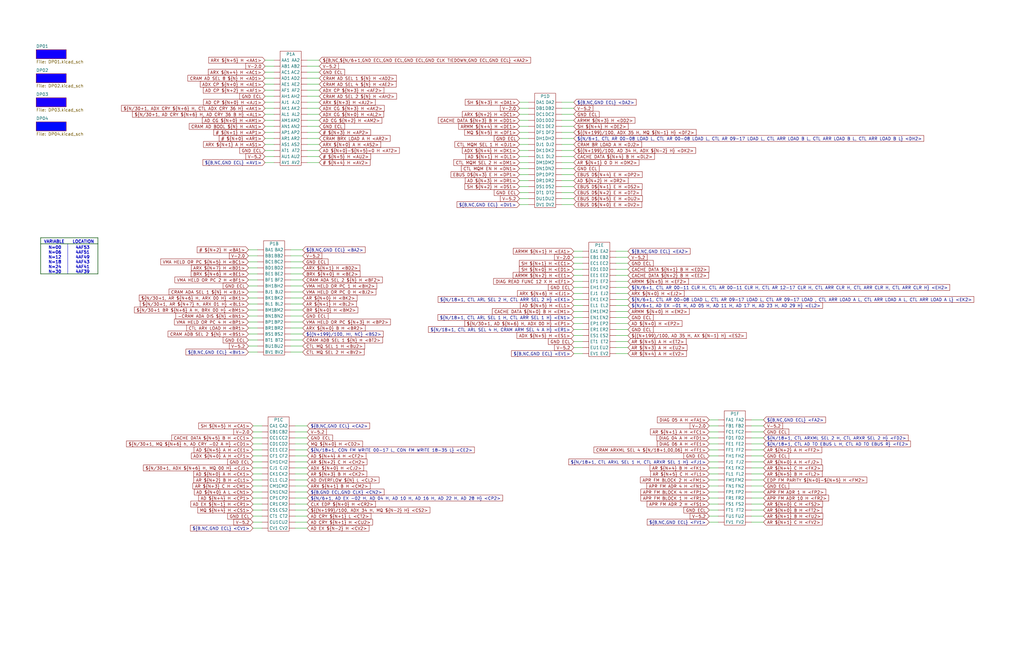
<source format=kicad_sch>
(kicad_sch (version 20211123) (generator eeschema)
  (paper "B")
  (title_block (title "DATA PATH") (date "10/21/1976") (rev "A") (company "DIGITAL") (comment 1 "M8512-0-DP"))
  (bus_alias "ADX_CP[0..5]" (members))
  (bus_alias "ADB[0..5]" (members "8" "4" "2" "1" "BOOLE"))
  (bus_alias "ADX[0..5]" (members))
  (bus_alias "MQM[0..5]" (members))
  (bus_alias "CRAM_ADB_SEL[2..1]" (members))
  (bus_alias "-AD[0.5]-[5..10]=0" (members))
  (wire (pts (xy 106.68 200.025) (xy 110.49 200.025)))
  (wire (pts (xy 106.68 205.105) (xy 110.49 205.105)))
  (wire (pts (xy 241.935 118.745) (xy 245.745 118.745)))
  (wire (pts (xy 104.775 105.41) (xy 108.585 105.41)))
  (wire (pts (xy 316.865 182.245) (xy 321.945 182.245)))
  (wire (pts (xy 299.085 177.165) (xy 302.895 177.165)))
  (wire (pts (xy 124.46 215.265) (xy 129.54 215.265)))
  (wire (pts (xy 111.76 30.48) (xy 115.57 30.48)))
  (wire (pts (xy 106.68 202.565) (xy 110.49 202.565)))
  (wire (pts (xy 236.855 63.5) (xy 241.935 63.5)))
  (wire (pts (xy 236.855 66.04) (xy 241.935 66.04)))
  (wire (pts (xy 122.555 140.97) (xy 127.635 140.97)))
  (wire (pts (xy 259.715 149.225) (xy 264.795 149.225)))
  (wire (pts (xy 111.76 48.26) (xy 115.57 48.26)))
  (wire (pts (xy 259.715 139.065) (xy 264.795 139.065)))
  (wire (pts (xy 241.935 123.825) (xy 245.745 123.825)))
  (polyline (pts (xy 41.275 102.87) (xy 41.275 115.57)) (stroke (width 0.254) (type solid) (color 28 98 30 1)))
  (wire (pts (xy 316.865 197.485) (xy 321.945 197.485)))
  (wire (pts (xy 129.54 43.18) (xy 134.62 43.18)))
  (wire (pts (xy 241.935 131.445) (xy 245.745 131.445)))
  (wire (pts (xy 299.085 182.245) (xy 302.895 182.245)))
  (polyline (pts (xy 17.145 100.33) (xy 41.275 100.33)) (stroke (width 0.254) (type solid) (color 28 98 30 1)))
  (wire (pts (xy 219.075 66.04) (xy 222.885 66.04)))
  (wire (pts (xy 111.76 43.18) (xy 115.57 43.18)))
  (wire (pts (xy 104.775 143.51) (xy 108.585 143.51)))
  (wire (pts (xy 129.54 60.96) (xy 134.62 60.96)))
  (wire (pts (xy 122.555 107.95) (xy 127.635 107.95)))
  (wire (pts (xy 236.855 81.28) (xy 241.935 81.28)))
  (wire (pts (xy 124.46 217.805) (xy 129.54 217.805)))
  (wire (pts (xy 241.935 136.525) (xy 245.745 136.525)))
  (wire (pts (xy 111.76 38.1) (xy 115.57 38.1)))
  (wire (pts (xy 111.76 35.56) (xy 115.57 35.56)))
  (wire (pts (xy 122.555 110.49) (xy 127.635 110.49)))
  (wire (pts (xy 124.46 192.405) (xy 129.54 192.405)))
  (wire (pts (xy 236.855 60.96) (xy 241.935 60.96)))
  (wire (pts (xy 241.935 111.125) (xy 245.745 111.125)))
  (wire (pts (xy 259.715 108.585) (xy 264.795 108.585)))
  (wire (pts (xy 122.555 120.65) (xy 127.635 120.65)))
  (wire (pts (xy 241.935 139.065) (xy 245.745 139.065)))
  (wire (pts (xy 106.68 182.245) (xy 110.49 182.245)))
  (wire (pts (xy 236.855 78.74) (xy 241.935 78.74)))
  (wire (pts (xy 236.855 71.12) (xy 241.935 71.12)))
  (wire (pts (xy 106.68 210.185) (xy 110.49 210.185)))
  (wire (pts (xy 219.075 55.88) (xy 222.885 55.88)))
  (wire (pts (xy 124.46 200.025) (xy 129.54 200.025)))
  (wire (pts (xy 104.775 135.89) (xy 108.585 135.89)))
  (wire (pts (xy 219.075 83.82) (xy 222.885 83.82)))
  (polyline (pts (xy 28.575 102.87) (xy 28.575 115.57)) (stroke (width 0) (type solid)))
  (wire (pts (xy 129.54 48.26) (xy 134.62 48.26)))
  (wire (pts (xy 129.54 38.1) (xy 134.62 38.1)))
  (wire (pts (xy 219.075 58.42) (xy 222.885 58.42)))
  (wire (pts (xy 219.075 60.96) (xy 222.885 60.96)))
  (wire (pts (xy 111.76 50.8) (xy 115.57 50.8)))
  (wire (pts (xy 111.76 66.04) (xy 115.57 66.04)))
  (wire (pts (xy 124.46 207.645) (xy 129.54 207.645)))
  (wire (pts (xy 122.555 128.27) (xy 127.635 128.27)))
  (wire (pts (xy 241.935 126.365) (xy 245.745 126.365)))
  (polyline (pts (xy 41.275 100.33) (xy 41.275 102.87)) (stroke (width 0.254) (type solid) (color 28 98 30 1)))
  (wire (pts (xy 106.68 212.725) (xy 110.49 212.725)))
  (wire (pts (xy 219.075 76.2) (xy 222.885 76.2)))
  (wire (pts (xy 106.68 217.805) (xy 110.49 217.805)))
  (wire (pts (xy 299.085 179.705) (xy 302.895 179.705)))
  (wire (pts (xy 259.715 111.125) (xy 264.795 111.125)))
  (wire (pts (xy 236.855 68.58) (xy 241.935 68.58)))
  (wire (pts (xy 241.935 144.145) (xy 245.745 144.145)))
  (polyline (pts (xy 17.145 100.33) (xy 17.145 102.87)) (stroke (width 0.254) (type solid) (color 28 98 30 1)))
  (wire (pts (xy 122.555 133.35) (xy 127.635 133.35)))
  (wire (pts (xy 236.855 43.18) (xy 241.935 43.18)))
  (wire (pts (xy 122.555 146.05) (xy 127.635 146.05)))
  (wire (pts (xy 124.46 179.705) (xy 129.54 179.705)))
  (wire (pts (xy 106.68 192.405) (xy 110.49 192.405)))
  (wire (pts (xy 299.085 194.945) (xy 302.895 194.945)))
  (wire (pts (xy 124.46 212.725) (xy 129.54 212.725)))
  (wire (pts (xy 299.085 217.805) (xy 302.895 217.805)))
  (wire (pts (xy 106.68 179.705) (xy 110.49 179.705)))
  (wire (pts (xy 104.775 128.27) (xy 108.585 128.27)))
  (wire (pts (xy 299.085 202.565) (xy 302.895 202.565)))
  (wire (pts (xy 122.555 113.03) (xy 127.635 113.03)))
  (wire (pts (xy 236.855 76.2) (xy 241.935 76.2)))
  (wire (pts (xy 241.935 108.585) (xy 245.745 108.585)))
  (wire (pts (xy 259.715 146.685) (xy 264.795 146.685)))
  (wire (pts (xy 259.715 136.525) (xy 264.795 136.525)))
  (wire (pts (xy 219.075 45.72) (xy 222.885 45.72)))
  (wire (pts (xy 111.76 55.88) (xy 115.57 55.88)))
  (wire (pts (xy 299.085 187.325) (xy 302.895 187.325)))
  (wire (pts (xy 122.555 130.81) (xy 127.635 130.81)))
  (wire (pts (xy 111.76 60.96) (xy 115.57 60.96)))
  (wire (pts (xy 124.46 202.565) (xy 129.54 202.565)))
  (wire (pts (xy 124.46 220.345) (xy 129.54 220.345)))
  (wire (pts (xy 129.54 33.02) (xy 134.62 33.02)))
  (wire (pts (xy 259.715 128.905) (xy 264.795 128.905)))
  (wire (pts (xy 316.865 207.645) (xy 321.945 207.645)))
  (wire (pts (xy 316.865 200.025) (xy 321.945 200.025)))
  (wire (pts (xy 129.54 66.04) (xy 134.62 66.04)))
  (wire (pts (xy 316.865 215.265) (xy 321.945 215.265)))
  (polyline (pts (xy 17.145 115.57) (xy 17.145 102.87)) (stroke (width 0.254) (type solid) (color 28 98 30 1)))
  (wire (pts (xy 236.855 73.66) (xy 241.935 73.66)))
  (wire (pts (xy 124.46 205.105) (xy 129.54 205.105)))
  (wire (pts (xy 129.54 50.8) (xy 134.62 50.8)))
  (wire (pts (xy 299.085 212.725) (xy 302.895 212.725)))
  (wire (pts (xy 124.46 187.325) (xy 129.54 187.325)))
  (wire (pts (xy 236.855 83.82) (xy 241.935 83.82)))
  (wire (pts (xy 124.46 210.185) (xy 129.54 210.185)))
  (wire (pts (xy 259.715 123.825) (xy 264.795 123.825)))
  (wire (pts (xy 236.855 58.42) (xy 241.935 58.42)))
  (wire (pts (xy 316.865 177.165) (xy 321.945 177.165)))
  (wire (pts (xy 124.46 194.945) (xy 129.54 194.945)))
  (wire (pts (xy 122.555 125.73) (xy 127.635 125.73)))
  (wire (pts (xy 259.715 118.745) (xy 264.795 118.745)))
  (wire (pts (xy 241.935 133.985) (xy 245.745 133.985)))
  (wire (pts (xy 111.76 45.72) (xy 115.57 45.72)))
  (wire (pts (xy 122.555 123.19) (xy 127.635 123.19)))
  (wire (pts (xy 316.865 210.185) (xy 321.945 210.185)))
  (wire (pts (xy 241.935 116.205) (xy 245.745 116.205)))
  (wire (pts (xy 111.76 68.58) (xy 115.57 68.58)))
  (wire (pts (xy 219.075 48.26) (xy 222.885 48.26)))
  (wire (pts (xy 316.865 184.785) (xy 321.945 184.785)))
  (wire (pts (xy 241.935 149.225) (xy 245.745 149.225)))
  (wire (pts (xy 124.46 197.485) (xy 129.54 197.485)))
  (wire (pts (xy 122.555 138.43) (xy 127.635 138.43)))
  (wire (pts (xy 316.865 189.865) (xy 321.945 189.865)))
  (wire (pts (xy 259.715 144.145) (xy 264.795 144.145)))
  (wire (pts (xy 299.085 207.645) (xy 302.895 207.645)))
  (wire (pts (xy 122.555 135.89) (xy 127.635 135.89)))
  (wire (pts (xy 236.855 53.34) (xy 241.935 53.34)))
  (wire (pts (xy 259.715 121.285) (xy 264.795 121.285)))
  (wire (pts (xy 259.715 106.045) (xy 264.795 106.045)))
  (wire (pts (xy 241.935 106.045) (xy 245.745 106.045)))
  (wire (pts (xy 316.865 217.805) (xy 321.945 217.805)))
  (wire (pts (xy 259.715 131.445) (xy 264.795 131.445)))
  (wire (pts (xy 236.855 45.72) (xy 241.935 45.72)))
  (wire (pts (xy 299.085 189.865) (xy 302.895 189.865)))
  (wire (pts (xy 236.855 55.88) (xy 241.935 55.88)))
  (wire (pts (xy 104.775 118.11) (xy 108.585 118.11)))
  (wire (pts (xy 241.935 121.285) (xy 245.745 121.285)))
  (wire (pts (xy 106.68 184.785) (xy 110.49 184.785)))
  (wire (pts (xy 236.855 86.36) (xy 241.935 86.36)))
  (wire (pts (xy 124.46 184.785) (xy 129.54 184.785)))
  (wire (pts (xy 316.865 194.945) (xy 321.945 194.945)))
  (wire (pts (xy 129.54 58.42) (xy 134.62 58.42)))
  (wire (pts (xy 316.865 202.565) (xy 321.945 202.565)))
  (wire (pts (xy 299.085 200.025) (xy 302.895 200.025)))
  (wire (pts (xy 219.075 43.18) (xy 222.885 43.18)))
  (wire (pts (xy 127.635 105.41) (xy 122.555 105.41)))
  (wire (pts (xy 241.935 113.665) (xy 245.745 113.665)))
  (wire (pts (xy 219.075 50.8) (xy 222.885 50.8)))
  (wire (pts (xy 316.865 205.105) (xy 321.945 205.105)))
  (polyline (pts (xy 41.275 115.57) (xy 17.145 115.57)) (stroke (width 0.254) (type solid) (color 28 98 30 1)))
  (wire (pts (xy 104.775 130.81) (xy 108.585 130.81)))
  (wire (pts (xy 219.075 68.58) (xy 222.885 68.58)))
  (wire (pts (xy 219.075 78.74) (xy 222.885 78.74)))
  (wire (pts (xy 299.085 184.785) (xy 302.895 184.785)))
  (wire (pts (xy 104.775 110.49) (xy 108.585 110.49)))
  (wire (pts (xy 316.865 212.725) (xy 321.945 212.725)))
  (wire (pts (xy 124.46 222.885) (xy 129.54 222.885)))
  (wire (pts (xy 104.775 125.73) (xy 108.585 125.73)))
  (wire (pts (xy 259.715 126.365) (xy 264.795 126.365)))
  (wire (pts (xy 129.54 55.88) (xy 134.62 55.88)))
  (wire (pts (xy 129.54 27.94) (xy 134.62 27.94)))
  (wire (pts (xy 129.54 45.72) (xy 134.62 45.72)))
  (wire (pts (xy 316.865 220.345) (xy 321.945 220.345)))
  (wire (pts (xy 104.775 113.03) (xy 108.585 113.03)))
  (wire (pts (xy 106.68 220.345) (xy 110.49 220.345)))
  (wire (pts (xy 106.68 189.865) (xy 110.49 189.865)))
  (wire (pts (xy 299.085 215.265) (xy 302.895 215.265)))
  (wire (pts (xy 299.085 197.485) (xy 302.895 197.485)))
  (wire (pts (xy 316.865 192.405) (xy 321.945 192.405)))
  (wire (pts (xy 104.775 123.19) (xy 108.585 123.19)))
  (wire (pts (xy 299.085 210.185) (xy 302.895 210.185)))
  (wire (pts (xy 299.085 220.345) (xy 302.895 220.345)))
  (wire (pts (xy 236.855 50.8) (xy 241.935 50.8)))
  (wire (pts (xy 104.775 107.95) (xy 108.585 107.95)))
  (wire (pts (xy 129.54 68.58) (xy 134.62 68.58)))
  (wire (pts (xy 259.715 116.205) (xy 264.795 116.205)))
  (wire (pts (xy 219.075 63.5) (xy 222.885 63.5)))
  (wire (pts (xy 219.075 53.34) (xy 222.885 53.34)))
  (wire (pts (xy 104.775 146.05) (xy 108.585 146.05)))
  (wire (pts (xy 259.715 141.605) (xy 264.795 141.605)))
  (wire (pts (xy 236.855 48.26) (xy 241.935 48.26)))
  (wire (pts (xy 122.555 143.51) (xy 127.635 143.51)))
  (wire (pts (xy 111.76 53.34) (xy 115.57 53.34)))
  (wire (pts (xy 241.935 141.605) (xy 245.745 141.605)))
  (wire (pts (xy 122.555 118.11) (xy 127.635 118.11)))
  (wire (pts (xy 104.775 133.35) (xy 108.585 133.35)))
  (wire (pts (xy 104.775 120.65) (xy 108.585 120.65)))
  (wire (pts (xy 122.555 115.57) (xy 127.635 115.57)))
  (wire (pts (xy 316.865 187.325) (xy 321.945 187.325)))
  (wire (pts (xy 124.46 182.245) (xy 129.54 182.245)))
  (wire (pts (xy 111.76 63.5) (xy 115.57 63.5)))
  (wire (pts (xy 106.68 194.945) (xy 110.49 194.945)))
  (wire (pts (xy 219.075 71.12) (xy 222.885 71.12)))
  (wire (pts (xy 299.085 192.405) (xy 302.895 192.405)))
  (wire (pts (xy 129.54 35.56) (xy 134.62 35.56)))
  (wire (pts (xy 104.775 138.43) (xy 108.585 138.43)))
  (wire (pts (xy 106.68 215.265) (xy 110.49 215.265)))
  (wire (pts (xy 219.075 86.36) (xy 222.885 86.36)))
  (wire (pts (xy 106.68 222.885) (xy 110.49 222.885)))
  (wire (pts (xy 111.76 25.4) (xy 115.57 25.4)))
  (wire (pts (xy 129.54 25.4) (xy 134.62 25.4)))
  (wire (pts (xy 219.075 81.28) (xy 222.885 81.28)))
  (wire (pts (xy 111.76 58.42) (xy 115.57 58.42)))
  (wire (pts (xy 104.775 140.97) (xy 108.585 140.97)))
  (wire (pts (xy 106.68 197.485) (xy 110.49 197.485)))
  (wire (pts (xy 299.085 205.105) (xy 302.895 205.105)))
  (wire (pts (xy 111.76 33.02) (xy 115.57 33.02)))
  (wire (pts (xy 316.865 179.705) (xy 321.945 179.705)))
  (polyline (pts (xy 41.275 102.87) (xy 17.145 102.87)) (stroke (width 0.254) (type solid) (color 28 98 30 1)))
  (wire (pts (xy 219.075 73.66) (xy 222.885 73.66)))
  (wire (pts (xy 259.715 133.985) (xy 264.795 133.985)))
  (wire (pts (xy 122.555 148.59) (xy 127.635 148.59)))
  (wire (pts (xy 124.46 189.865) (xy 129.54 189.865)))
  (wire (pts (xy 104.775 115.57) (xy 108.585 115.57)))
  (wire (pts (xy 111.76 40.64) (xy 115.57 40.64)))
  (wire (pts (xy 106.68 207.645) (xy 110.49 207.645)))
  (wire (pts (xy 129.54 53.34) (xy 134.62 53.34)))
  (wire (pts (xy 106.68 187.325) (xy 110.49 187.325)))
  (wire (pts (xy 129.54 63.5) (xy 134.62 63.5)))
  (wire (pts (xy 241.935 128.905) (xy 245.745 128.905)))
  (wire (pts (xy 104.775 148.59) (xy 108.585 148.59)))
  (wire (pts (xy 129.54 30.48) (xy 134.62 30.48)))
  (wire (pts (xy 111.76 27.94) (xy 115.57 27.94)))
  (wire (pts (xy 129.54 40.64) (xy 134.62 40.64)))
  (wire (pts (xy 241.935 146.685) (xy 245.745 146.685)))
  (wire (pts (xy 259.715 113.665) (xy 264.795 113.665)))
  (text "N=00\nN=06\nN=12\nN=18\nN=24\nN=30" (at 20.32 115.57 0) (effects (font (size 1.27 1.27) (thickness 0.254) bold) (justify left bottom)))
  (text "VARIABLE" (at 18.415 102.87 0) (effects (font (size 1.27 1.27) (thickness 0.254) bold) (justify left bottom)))
  (text "4AF53\n4AF51\n4AF49\n4AF43\n4AF41\n4AF39" (at 31.75 115.57 0) (effects (font (size 1.27 1.27) (thickness 0.254) bold) (justify left bottom)))
  (text "LOCATION" (at 30.48 102.87 0) (effects (font (size 1.27 1.27) (thickness 0.254) bold) (justify left bottom)))
  (global_label "V-5.2" (shape input) (at 241.935 45.72 0) (property "Intersheet References" "${INTERSHEET_REFS}" (effects hide)))
  (global_label "ARMM ${N+2} H <EE1>" (shape input) (at 241.935 116.205 180) (property "Intersheet References" "${INTERSHEET_REFS}" (effects hide)))
  (global_label "# ${N+3} H <AP2>" (shape input) (at 134.62 55.88 0) (property "Intersheet References" "${INTERSHEET_REFS}" (effects hide)))
  (global_label "ADX ${N+5} H <ES1>" (shape input) (at 241.935 141.605 180) (property "Intersheet References" "${INTERSHEET_REFS}" (effects hide)))
  (global_label "ARX ${N+1} H <BD2>" (shape input) (at 127.635 113.03 0) (property "Intersheet References" "${INTERSHEET_REFS}" (effects hide)))
  (global_label "# ${N+4} H <AV2>" (shape input) (at 134.62 68.58 0) (property "Intersheet References" "${INTERSHEET_REFS}" (effects hide)))
  (global_label "V-5.2" (shape input) (at 106.68 220.345 180) (property "Intersheet References" "${INTERSHEET_REFS}" (effects hide)))
  (global_label "CTL ARX LOAD H <BR1>" (shape input) (at 104.775 138.43 180) (property "Intersheet References" "${INTERSHEET_REFS}" (effects hide)))
  (global_label "# ${N+2} H <BA1>" (shape input) (at 104.775 105.41 180) (property "Intersheet References" "${INTERSHEET_REFS}" (effects hide)))
  (global_label "GND ECL" (shape input) (at 321.945 192.405 0) (property "Intersheet References" "${INTERSHEET_REFS}" (effects hide)))
  (global_label "GND ECL" (shape input) (at 321.945 205.105 0) (property "Intersheet References" "${INTERSHEET_REFS}" (effects hide)))
  (global_label "V-5.2" (shape input) (at 321.945 179.705 0) (property "Intersheet References" "${INTERSHEET_REFS}" (effects hide)))
  (global_label "AR ${N+1} C H <FV2>" (shape input) (at 321.945 220.345 0) (property "Intersheet References" "${INTERSHEET_REFS}" (effects hide)))
  (global_label "GND ECL" (shape input) (at 241.935 48.26 0) (property "Intersheet References" "${INTERSHEET_REFS}" (effects hide)))
  (global_label "GND ECL" (shape input) (at 134.62 30.48 0) (property "Intersheet References" "${INTERSHEET_REFS}" (effects hide)))
  (global_label "AR ${N+0} H <BK2>" (shape input) (at 127.635 125.73 0) (property "Intersheet References" "${INTERSHEET_REFS}" (effects hide)))
  (global_label "CRAM ARXML SEL 4 ${N/18+1,00,06} H <FF1>" (shape input) (at 299.085 189.865 180) (property "Intersheet References" "${INTERSHEET_REFS}" (effects hide)))
  (global_label "AR ${N+0} B H <FT2>" (shape input) (at 321.945 215.265 0) (property "Intersheet References" "${INTERSHEET_REFS}" (effects hide)))
  (global_label "GND ECL" (shape input) (at 106.68 217.805 180) (property "Intersheet References" "${INTERSHEET_REFS}" (effects hide)))
  (global_label "ARMM ${N+0} H <EM2>" (shape input) (at 264.795 131.445 0) (property "Intersheet References" "${INTERSHEET_REFS}" (effects hide)))
  (global_label "AR ${N+2} C H <CH2>" (shape input) (at 129.54 194.945 0) (property "Intersheet References" "${INTERSHEET_REFS}" (effects hide)))
  (global_label "AR ${N+1} H <BL2>" (shape input) (at 127.635 128.27 0) (property "Intersheet References" "${INTERSHEET_REFS}" (effects hide)))
  (global_label "${N/30+1, AR ${N+6} H, ARX 00 H} <BK1>" (shape input) (at 104.775 125.73 180) (property "Intersheet References" "${INTERSHEET_REFS}" (effects hide)))
  (global_label "GND ECL" (shape input) (at 264.795 133.985 0) (property "Intersheet References" "${INTERSHEET_REFS}" (effects hide)))
  (global_label "AR ${N+3} C H <CM1>" (shape input) (at 106.68 205.105 180) (property "Intersheet References" "${INTERSHEET_REFS}" (effects hide)))
  (global_label "SH ${N+5} H <CA1>" (shape input) (at 106.68 179.705 180) (property "Intersheet References" "${INTERSHEET_REFS}" (effects hide)))
  (global_label "GND ECL" (shape input) (at 241.935 144.145 180) (property "Intersheet References" "${INTERSHEET_REFS}" (effects hide)))
  (global_label "GND ECL" (shape input) (at 111.76 40.64 180) (property "Intersheet References" "${INTERSHEET_REFS}" (effects hide)))
  (global_label "GND ECL" (shape input) (at 111.76 63.5 180) (property "Intersheet References" "${INTERSHEET_REFS}" (effects hide)))
  (global_label "${N/18+1, CTL ARXML SEL 2 H, CTL ARXR SEL 2 H} <FD2>" (shape input) (at 321.945 184.785 0) (property "Intersheet References" "${INTERSHEET_REFS}" (effects hide)))
  (global_label "ADX CP ${N+3} H <AF2>" (shape input) (at 134.62 38.1 0) (property "Intersheet References" "${INTERSHEET_REFS}" (effects hide)))
  (global_label "${N/30+1, AD CRY ${N+6} H, AD CRY 36 B H} <AL1>" (shape input) (at 111.76 48.26 180) (property "Intersheet References" "${INTERSHEET_REFS}" (effects hide)))
  (global_label "MQ ${N+0} H <CD2>" (shape input) (at 129.54 187.325 0) (property "Intersheet References" "${INTERSHEET_REFS}" (effects hide)))
  (global_label "APR FM BLOCK 2 H <FM1>" (shape input) (at 299.085 202.565 180) (property "Intersheet References" "${INTERSHEET_REFS}" (effects hide)))
  (global_label "CTL MQ SEL 1 H <BU2>" (shape input) (at 127.635 146.05 0) (property "Intersheet References" "${INTERSHEET_REFS}" (effects hide)))
  (global_label "SH ${N+3} H <DA1>" (shape input) (at 219.075 43.18 180) (property "Intersheet References" "${INTERSHEET_REFS}" (effects hide)))
  (global_label "V-5.2" (shape input) (at 219.075 83.82 180) (property "Intersheet References" "${INTERSHEET_REFS}" (effects hide)))
  (global_label "${(N+199)/100, HI, NC} <BS2>" (shape input) (at 127.635 140.97 0) (property "Intersheet References" "${INTERSHEET_REFS}" (effects hide)))
  (global_label "${N/30+1, AD ${N+6} H, ADX 00 H} <EP1>" (shape input) (at 241.935 136.525 180) (property "Intersheet References" "${INTERSHEET_REFS}" (effects hide)))
  (global_label "AR ${N+0} C H <FS2>" (shape input) (at 321.945 212.725 0) (property "Intersheet References" "${INTERSHEET_REFS}" (effects hide)))
  (global_label "AD ${N+2} H <DR2>" (shape input) (at 241.935 76.2 0) (property "Intersheet References" "${INTERSHEET_REFS}" (effects hide)))
  (global_label "${N/18+1, CTL AD TO EBUS L H, CTL AD TO EBUS R} <FE2>" (shape input) (at 321.945 187.325 0) (property "Intersheet References" "${INTERSHEET_REFS}" (effects hide)))
  (global_label "DIAG READ FUNC 12 X H <EF1>" (shape input) (at 241.935 118.745 180) (property "Intersheet References" "${INTERSHEET_REFS}" (effects hide)))
  (global_label "BRX ${N+0} H <BE2>" (shape input) (at 127.635 115.57 0) (property "Intersheet References" "${INTERSHEET_REFS}" (effects hide)))
  (global_label "ADX ${N+0} A H <CF1>" (shape input) (at 106.68 192.405 180) (property "Intersheet References" "${INTERSHEET_REFS}" (effects hide)))
  (global_label "CACHE DATA ${N+4} B H <DL2>" (shape input) (at 241.935 66.04 0) (property "Intersheet References" "${INTERSHEET_REFS}" (effects hide)))
  (global_label "GND ECL" (shape input) (at 264.795 111.125 0) (property "Intersheet References" "${INTERSHEET_REFS}" (effects hide)))
  (global_label "CRAM AD SEL 4 ${N} H <AE2>" (shape input) (at 134.62 35.56 0) (property "Intersheet References" "${INTERSHEET_REFS}" (effects hide)))
  (global_label "${N/6+1, CTL AR 00-08 LOAD L, CTL AR 09-17 LOAD L, CTL AR 09-17 LOAD , CTL ARR LOAD A L, CTL ARR LOAD A L, CTL ARR LOAD A L} <EK2>" (shape input) (at 264.795 126.365 0) (property "Intersheet References" "${INTERSHEET_REFS}" (effects hide)))
  (global_label "${B,NC,GND ECL} <EA2>" (shape input) (at 264.795 106.045 0) (property "Intersheet References" "${INTERSHEET_REFS}" (effects hide)))
  (global_label "${(N+199)/100, ADX 35 H, MQ ${N-1} H} <DF2>" (shape input) (at 241.935 55.88 0) (property "Intersheet References" "${INTERSHEET_REFS}" (effects hide)))
  (global_label "CTL MQM SEL 1 H <DJ1>" (shape input) (at 219.075 60.96 180) (property "Intersheet References" "${INTERSHEET_REFS}" (effects hide)))
  (global_label "# ${N+5} H <AU2>" (shape input) (at 134.62 66.04 0) (property "Intersheet References" "${INTERSHEET_REFS}" (effects hide)))
  (global_label "VMA HELD OR PC 1 H <BH2>" (shape input) (at 127.635 120.65 0) (property "Intersheet References" "${INTERSHEET_REFS}" (effects hide)))
  (global_label "AD CP ${N+0} H <AJ1>" (shape input) (at 111.76 43.18 180) (property "Intersheet References" "${INTERSHEET_REFS}" (effects hide)))
  (global_label "ARX ${N+4} H <AC1>" (shape input) (at 111.76 30.48 180) (property "Intersheet References" "${INTERSHEET_REFS}" (effects hide)))
  (global_label "GND ECL" (shape input) (at 219.075 58.42 180) (property "Intersheet References" "${INTERSHEET_REFS}" (effects hide)))
  (global_label "${B,NC,GND ECL} <FA2>" (shape input) (at 321.945 177.165 0) (property "Intersheet References" "${INTERSHEET_REFS}" (effects hide)))
  (global_label "CACHE DATA ${N+3} B H <DD1>" (shape input) (at 219.075 50.8 180) (property "Intersheet References" "${INTERSHEET_REFS}" (effects hide)))
  (global_label "${N/30+1, MQ ${N+6} h, AD CRY -02 A H} <CD1>" (shape input) (at 106.68 187.325 180) (property "Intersheet References" "${INTERSHEET_REFS}" (effects hide)))
  (global_label "GND ECL" (shape input) (at 127.635 133.35 0) (property "Intersheet References" "${INTERSHEET_REFS}" (effects hide)))
  (global_label "V-2.0" (shape input) (at 111.76 27.94 180) (property "Intersheet References" "${INTERSHEET_REFS}" (effects hide)))
  (global_label "ARX ${N+1} B H <CM2>" (shape input) (at 129.54 205.105 0) (property "Intersheet References" "${INTERSHEET_REFS}" (effects hide)))
  (global_label "${(N+199)/100, AD 35 H, AX ${N-1} H} <ES2>" (shape input) (at 264.795 141.605 0) (property "Intersheet References" "${INTERSHEET_REFS}" (effects hide)))
  (global_label "AR ${N+4} A H <EV2>" (shape input) (at 264.795 149.225 0) (property "Intersheet References" "${INTERSHEET_REFS}" (effects hide)))
  (global_label "${N/18+1, CTL ARXL SEL 1 H, CTL ARXR SEL 1 H} <FJ1>" (shape input) (at 299.085 194.945 0) (property "Intersheet References" "${INTERSHEET_REFS}" (effects hide)))
  (global_label "AD ${N+0} A H <CK1>" (shape input) (at 106.68 200.025 180) (property "Intersheet References" "${INTERSHEET_REFS}" (effects hide)))
  (global_label "AR ${N+2} B H <CL1>" (shape input) (at 106.68 202.565 180) (property "Intersheet References" "${INTERSHEET_REFS}" (effects hide)))
  (global_label "GND ECL" (shape input) (at 321.945 182.245 0) (property "Intersheet References" "${INTERSHEET_REFS}" (effects hide)))
  (global_label "ARMM ${N+3} H <DD2>" (shape input) (at 241.935 50.8 0) (property "Intersheet References" "${INTERSHEET_REFS}" (effects hide)))
  (global_label "CRAM ADA SEL 1 ${N} H <BJ1>" (shape input) (at 104.775 123.19 180) (property "Intersheet References" "${INTERSHEET_REFS}" (effects hide)))
  (global_label "V-2.0" (shape input) (at 219.075 45.72 180) (property "Intersheet References" "${INTERSHEET_REFS}" (effects hide)))
  (global_label "CTL MQM SEL 2 H <DM1>" (shape input) (at 219.075 68.58 180) (property "Intersheet References" "${INTERSHEET_REFS}" (effects hide)))
  (global_label "${B,NC,GND ECL} <DV1>" (shape input) (at 219.075 86.36 180) (property "Intersheet References" "${INTERSHEET_REFS}" (effects hide)))
  (global_label "AD ${N+0}-${N+5}=0 H <AT2>" (shape input) (at 134.62 63.5 0) (property "Intersheet References" "${INTERSHEET_REFS}" (effects hide)))
  (global_label "VMA HELD OR PC ${N+3} H <BP2>" (shape input) (at 127.635 135.89 0) (property "Intersheet References" "${INTERSHEET_REFS}" (effects hide)))
  (global_label "APR FM ADR 4 H <FN1>" (shape input) (at 299.085 205.105 180) (property "Intersheet References" "${INTERSHEET_REFS}" (effects hide)))
  (global_label "ADX CG ${N+0} H <AL2>" (shape input) (at 134.62 48.26 0) (property "Intersheet References" "${INTERSHEET_REFS}" (effects hide)))
  (global_label "AR ${N+5} A H <ET2>" (shape input) (at 264.795 144.145 0) (property "Intersheet References" "${INTERSHEET_REFS}" (effects hide)))
  (global_label "AD EX ${N-1} H <CR1>" (shape input) (at 106.68 212.725 180) (property "Intersheet References" "${INTERSHEET_REFS}" (effects hide)))
  (global_label "${(N+199)/100, ADX 34 H, MQ ${N-2} H} <CS2>" (shape input) (at 129.54 215.265 0) (property "Intersheet References" "${INTERSHEET_REFS}" (effects hide)))
  (global_label "AD ${N+5} A H <CE1>" (shape input) (at 106.68 189.865 180) (property "Intersheet References" "${INTERSHEET_REFS}" (effects hide)))
  (global_label "V-5.2" (shape input) (at 127.635 107.95 0) (property "Intersheet References" "${INTERSHEET_REFS}" (effects hide)))
  (global_label "${N/30+1, ADX CRY ${N+6} H, CTL ADX CRY 36 H} <AK1>" (shape input) (at 111.76 45.72 0) (property "Intersheet References" "${INTERSHEET_REFS}" (effects hide)))
  (global_label "AR ${N+1} 0 D H <DM2>" (shape input) (at 241.935 68.58 0) (property "Intersheet References" "${INTERSHEET_REFS}" (effects hide)))
  (global_label "AR ${N+3} A H <EU2>" (shape input) (at 264.795 146.685 0) (property "Intersheet References" "${INTERSHEET_REFS}" (effects hide)))
  (global_label "AD ${N+4} A H <CF2>" (shape input) (at 129.54 192.405 0) (property "Intersheet References" "${INTERSHEET_REFS}" (effects hide)))
  (global_label "GND ECL" (shape input) (at 127.635 110.49 0) (property "Intersheet References" "${INTERSHEET_REFS}" (effects hide)))
  (global_label "SH ${N+1} H <EC1>" (shape input) (at 241.935 111.125 180) (property "Intersheet References" "${INTERSHEET_REFS}" (effects hide)))
  (global_label "${N/30+1, ADX ${N+6} H, MQ 00 H} <CJ1>" (shape input) (at 106.68 197.485 180) (property "Intersheet References" "${INTERSHEET_REFS}" (effects hide)))
  (global_label "AR ${N+1} A H <FC1>" (shape input) (at 299.085 182.245 180) (property "Intersheet References" "${INTERSHEET_REFS}" (effects hide)))
  (global_label "VMA HELD OR PC 2 H <BF1>" (shape input) (at 104.775 118.11 180) (property "Intersheet References" "${INTERSHEET_REFS}" (effects hide)))
  (global_label "${N/18+1, CTL ARL SEL 1 H, CTL ARR SEL 1 H} <EN1>" (shape input) (at 241.935 133.985 180) (property "Intersheet References" "${INTERSHEET_REFS}" (effects hide)))
  (global_label "EBUS D${N+3} E H <DP1>" (shape input) (at 219.075 73.66 180) (property "Intersheet References" "${INTERSHEET_REFS}" (effects hide)))
  (global_label "${B,NC,GND ECL} <BV1>" (shape input) (at 104.775 148.59 180) (property "Intersheet References" "${INTERSHEET_REFS}" (effects hide)))
  (global_label "V-2.0" (shape input) (at 241.935 108.585 180) (property "Intersheet References" "${INTERSHEET_REFS}" (effects hide)))
  (global_label "AD ${N+0} H <EP2>" (shape input) (at 264.795 136.525 0) (property "Intersheet References" "${INTERSHEET_REFS}" (effects hide)))
  (global_label "BRX ${N+6} H <BE1>" (shape input) (at 104.775 115.57 180) (property "Intersheet References" "${INTERSHEET_REFS}" (effects hide)))
  (global_label "ARX ${N+3} H <AJ2>" (shape input) (at 134.62 43.18 0) (property "Intersheet References" "${INTERSHEET_REFS}" (effects hide)))
  (global_label "GND ECL" (shape input) (at 134.62 53.34 0) (property "Intersheet References" "${INTERSHEET_REFS}" (effects hide)))
  (global_label "${B,NC,GND ECL} <AV1>" (shape input) (at 111.76 68.58 180) (property "Intersheet References" "${INTERSHEET_REFS}" (effects hide)))
  (global_label "AR ${N+5} B H <FL2>" (shape input) (at 321.945 200.025 0) (property "Intersheet References" "${INTERSHEET_REFS}" (effects hide)))
  (global_label "ADX ${N+4} H <DK1>" (shape input) (at 219.075 63.5 180) (property "Intersheet References" "${INTERSHEET_REFS}" (effects hide)))
  (global_label "ARX ${N+6} H <EJ1>" (shape input) (at 241.935 123.825 180) (property "Intersheet References" "${INTERSHEET_REFS}" (effects hide)))
  (global_label "SH ${N+4} H <DE2>" (shape input) (at 241.935 53.34 0) (property "Intersheet References" "${INTERSHEET_REFS}" (effects hide)))
  (global_label "APR FM BLOCK 4 H <FP1>" (shape input) (at 299.085 207.645 180) (property "Intersheet References" "${INTERSHEET_REFS}" (effects hide)))
  (global_label "V-5.2" (shape input) (at 129.54 182.245 0) (property "Intersheet References" "${INTERSHEET_REFS}" (effects hide)))
  (global_label "ARX ${N+0} H <EJ2>" (shape input) (at 264.795 123.825 0) (property "Intersheet References" "${INTERSHEET_REFS}" (effects hide)))
  (global_label "ARMM ${N+1} H <EA1>" (shape input) (at 241.935 106.045 180) (property "Intersheet References" "${INTERSHEET_REFS}" (effects hide)))
  (global_label "CRAM AD BOOL ${N} H <AN1>" (shape input) (at 111.76 53.34 180) (property "Intersheet References" "${INTERSHEET_REFS}" (effects hide)))
  (global_label "DIAG 06 A H <FE1>" (shape input) (at 299.085 187.325 180) (property "Intersheet References" "${INTERSHEET_REFS}" (effects hide)))
  (global_label "${N/6+1, AD EX -01 H, AD 05 H, AD 11 H, AD 17 H, AD 23 H, AD 29 H} <EL2>" (shape input) (at 264.795 128.905 0) (property "Intersheet References" "${INTERSHEET_REFS}" (effects hide)))
  (global_label "DIAG 04 A H <FD1>" (shape input) (at 299.085 184.785 180) (property "Intersheet References" "${INTERSHEET_REFS}" (effects hide)))
  (global_label "GND ECL" (shape input) (at 241.935 121.285 180) (property "Intersheet References" "${INTERSHEET_REFS}" (effects hide)))
  (global_label "ADX CG ${N+3} H <AK2>" (shape input) (at 134.62 45.72 0) (property "Intersheet References" "${INTERSHEET_REFS}" (effects hide)))
  (global_label "CACHE DATA ${N+2} B H <EE2>" (shape input) (at 264.795 116.205 0) (property "Intersheet References" "${INTERSHEET_REFS}" (effects hide)))
  (global_label "EBUS D${N+1} E H <DS2>" (shape input) (at 241.935 78.74 0) (property "Intersheet References" "${INTERSHEET_REFS}" (effects hide)))
  (global_label "AR ${N+2} A H <FF2>" (shape input) (at 321.945 189.865 0) (property "Intersheet References" "${INTERSHEET_REFS}" (effects hide)))
  (global_label "CRAM AD SEL 2 ${N} H <AH2>" (shape input) (at 134.62 40.64 0) (property "Intersheet References" "${INTERSHEET_REFS}" (effects hide)))
  (global_label "MQ ${N+5} H <DF1>" (shape input) (at 219.075 55.88 180) (property "Intersheet References" "${INTERSHEET_REFS}" (effects hide)))
  (global_label "${B,NC,GND ECL} <CV1>" (shape input) (at 106.68 222.885 180) (property "Intersheet References" "${INTERSHEET_REFS}" (effects hide)))
  (global_label "AD CRY ${N+1} H <CU2>" (shape input) (at 129.54 220.345 0) (property "Intersheet References" "${INTERSHEET_REFS}" (effects hide)))
  (global_label "GND ECL" (shape input) (at 219.075 81.28 180) (property "Intersheet References" "${INTERSHEET_REFS}" (effects hide)))
  (global_label "AD ${N+5} H <EL1>" (shape input) (at 241.935 128.905 180) (property "Intersheet References" "${INTERSHEET_REFS}" (effects hide)))
  (global_label "ARX ${N+7} H <BD1>" (shape input) (at 104.775 113.03 180) (property "Intersheet References" "${INTERSHEET_REFS}" (effects hide)))
  (global_label "VMA HELD OR PC ${N+5} H <BC1>" (shape input) (at 104.775 110.49 180) (property "Intersheet References" "${INTERSHEET_REFS}" (effects hide)))
  (global_label "ARMM ${N+5} H <EF2>" (shape input) (at 264.795 118.745 0) (property "Intersheet References" "${INTERSHEET_REFS}" (effects hide)))
  (global_label "ARX ${N+2} H <DC1>" (shape input) (at 219.075 48.26 180) (property "Intersheet References" "${INTERSHEET_REFS}" (effects hide)))
  (global_label "${N/6+1, CTL AR 00-08 LOAD L, CTL AR 00-08 LOAD L, CTL AR 09-17 LOAD L, CTL ARR LOAD B L, CTL ARR LOAD B L, CTL ARR LOAD B L} <DH2>" (shape input) (at 241.935 58.42 0) (property "Intersheet References" "${INTERSHEET_REFS}" (effects hide)))
  (global_label "GND ECL" (shape input) (at 299.085 215.265 180) (property "Intersheet References" "${INTERSHEET_REFS}" (effects hide)))
  (global_label "SH ${N+2} H <DS1>" (shape input) (at 219.075 78.74 180) (property "Intersheet References" "${INTERSHEET_REFS}" (effects hide)))
  (global_label "AD CG ${N+0} H <AM1>" (shape input) (at 111.76 50.8 180) (property "Intersheet References" "${INTERSHEET_REFS}" (effects hide)))
  (global_label "APR FM ADR 1 H <FP2>" (shape input) (at 321.945 207.645 0) (property "Intersheet References" "${INTERSHEET_REFS}" (effects hide)))
  (global_label "AD CRY ${N+1} L <CT2>" (shape input) (at 129.54 217.805 0) (property "Intersheet References" "${INTERSHEET_REFS}" (effects hide)))
  (global_label "${N/18+1, CTL ARL SEL 2 H, CTL ARR SEL 2 H} <EK1>" (shape input) (at 241.935 126.365 180) (property "Intersheet References" "${INTERSHEET_REFS}" (effects hide)))
  (global_label "ADX CP ${N+0} H <AE1>" (shape input) (at 111.76 35.56 180) (property "Intersheet References" "${INTERSHEET_REFS}" (effects hide)))
  (global_label "${B,NC,GND ECL} <CA2>" (shape input) (at 129.54 179.705 0) (property "Intersheet References" "${INTERSHEET_REFS}" (effects hide)))
  (global_label "${B,NC,GND ECL} <BA2>" (shape input) (at 127.635 105.41 0) (property "Intersheet References" "${INTERSHEET_REFS}" (effects hide)))
  (global_label "AD EX ${N-2} H <CV2>" (shape input) (at 129.54 222.885 0) (property "Intersheet References" "${INTERSHEET_REFS}" (effects hide)))
  (global_label "${N/6+1, CTL AR 00-11 CLR H, CTL AR 00-11 CLR H, CTL AR 12-17 CLR H, CTL ARR CLR H, CTL ARR CLR H, CTL ARR CLR H} <EH2>" (shape input) (at 264.795 121.285 0) (property "Intersheet References" "${INTERSHEET_REFS}" (effects hide)))
  (global_label "AR ${N+5} C H <FL1>" (shape input) (at 299.085 200.025 180) (property "Intersheet References" "${INTERSHEET_REFS}" (effects hide)))
  (global_label "GND ECL" (shape input) (at 299.085 192.405 180) (property "Intersheet References" "${INTERSHEET_REFS}" (effects hide)))
  (global_label "V-2.0" (shape input) (at 299.085 179.705 180) (property "Intersheet References" "${INTERSHEET_REFS}" (effects hide)))
  (global_label "CACHE DATA ${N+5} B H <CC1>" (shape input) (at 106.68 184.785 180) (property "Intersheet References" "${INTERSHEET_REFS}" (effects hide)))
  (global_label "AR ${N+1} B H <FU2>" (shape input) (at 321.945 217.805 0) (property "Intersheet References" "${INTERSHEET_REFS}" (effects hide)))
  (global_label "AD CG ${N+2} H <AM2>" (shape input) (at 134.62 50.8 0) (property "Intersheet References" "${INTERSHEET_REFS}" (effects hide)))
  (global_label "AR ${N+4} B H <FK1>" (shape input) (at 299.085 197.485 180) (property "Intersheet References" "${INTERSHEET_REFS}" (effects hide)))
  (global_label "VMA HELD OR PC 4 H <BP1>" (shape input) (at 104.775 135.89 180) (property "Intersheet References" "${INTERSHEET_REFS}" (effects hide)))
  (global_label "VMA HELD OR PC 0 H <BJ2>" (shape input) (at 127.635 123.19 0) (property "Intersheet References" "${INTERSHEET_REFS}" (effects hide)))
  (global_label "# ${N+1} H <AP1>" (shape input) (at 111.76 55.88 180) (property "Intersheet References" "${INTERSHEET_REFS}" (effects hide)))
  (global_label "MQ ${N+4} H <CS1>" (shape input) (at 106.68 215.265 180) (property "Intersheet References" "${INTERSHEET_REFS}" (effects hide)))
  (global_label "${N/30+1 BR ${N+6} A H, BRX 00 H} <BM1>" (shape input) (at 104.775 130.81 180) (property "Intersheet References" "${INTERSHEET_REFS}" (effects hide)))
  (global_label "EBUS D${N+0} E H <DV2>" (shape input) (at 241.935 86.36 0) (property "Intersheet References" "${INTERSHEET_REFS}" (effects hide)))
  (global_label "${B,NC,GND ECL} <FV1>" (shape input) (at 299.085 220.345 180) (property "Intersheet References" "${INTERSHEET_REFS}" (effects hide)))
  (global_label "${N/18+1, CTL ARL SEL 4 H, CRAM ARM SEL 4 A H} <ER1>" (shape input) (at 241.935 139.065 0) (property "Intersheet References" "${INTERSHEET_REFS}" (effects hide)))
  (global_label "AD ${N+4} H <CP1>" (shape input) (at 106.68 210.185 180) (property "Intersheet References" "${INTERSHEET_REFS}" (effects hide)))
  (global_label "V-5.2" (shape input) (at 299.085 217.805 180) (property "Intersheet References" "${INTERSHEET_REFS}" (effects hide)))
  (global_label "${B,GND ECL,GND CLK} <CN2>" (shape input) (at 129.54 207.645 0) (property "Intersheet References" "${INTERSHEET_REFS}" (effects hide)))
  (global_label "GND ECL" (shape input) (at 129.54 184.785 0) (property "Intersheet References" "${INTERSHEET_REFS}" (effects hide)))
  (global_label "AD ${N+0} A L <CN1>" (shape input) (at 106.68 207.645 180) (property "Intersheet References" "${INTERSHEET_REFS}" (effects hide)))
  (global_label "AD OVERFLOW ${N} L <CL2>" (shape input) (at 129.54 202.565 0) (property "Intersheet References" "${INTERSHEET_REFS}" (effects hide)))
  (global_label "${N/30+1, AR ${N+7} h, ARX 01 H} <BL1>" (shape input) (at 104.775 128.27 180) (property "Intersheet References" "${INTERSHEET_REFS}" (effects hide)))
  (global_label "GND ECL" (shape input) (at 106.68 194.945 180) (property "Intersheet References" "${INTERSHEET_REFS}" (effects hide)))
  (global_label "EBUS D${N+5} E H <DU2>" (shape input) (at 241.935 83.82 0) (property "Intersheet References" "${INTERSHEET_REFS}" (effects hide)))
  (global_label "V-2.0" (shape input) (at 104.775 107.95 180) (property "Intersheet References" "${INTERSHEET_REFS}" (effects hide)))
  (global_label "CRAM ADB SEL 1 ${N} H <BT2>" (shape input) (at 127.635 143.51 0) (property "Intersheet References" "${INTERSHEET_REFS}" (effects hide)))
  (global_label "CRAM ADA SEL 2 ${N} H <BF2>" (shape input) (at 127.635 118.11 0) (property "Intersheet References" "${INTERSHEET_REFS}" (effects hide)))
  (global_label "APR FM ADR 10 H <FR2>" (shape input) (at 321.945 210.185 0) (property "Intersheet References" "${INTERSHEET_REFS}" (effects hide)))
  (global_label "CRAM BR LOAD A H <DJ2>" (shape input) (at 241.935 60.96 0) (property "Intersheet References" "${INTERSHEET_REFS}" (effects hide)))
  (global_label "CRAM AD SEL 8 ${N} H <AD1>" (shape input) (at 111.76 33.02 180) (property "Intersheet References" "${INTERSHEET_REFS}" (effects hide)))
  (global_label "${B,NC,GND ECL} <EV1>" (shape input) (at 241.935 149.225 180) (property "Intersheet References" "${INTERSHEET_REFS}" (effects hide)))
  (global_label "AR ${N+3} B H <CK2>" (shape input) (at 129.54 200.025 0) (property "Intersheet References" "${INTERSHEET_REFS}" (effects hide)))
  (global_label "V-5.2" (shape input) (at 111.76 66.04 180) (property "Intersheet References" "${INTERSHEET_REFS}" (effects hide)))
  (global_label "# ${N+0} <AR1>" (shape input) (at 111.76 58.42 180) (property "Intersheet References" "${INTERSHEET_REFS}" (effects hide)))
  (global_label "CACHE DATA ${N+1} B H <ED2>" (shape input) (at 264.795 113.665 0) (property "Intersheet References" "${INTERSHEET_REFS}" (effects hide)))
  (global_label "CRAM AD SEL 1 ${N} H <AD2>" (shape input) (at 134.62 33.02 0) (property "Intersheet References" "${INTERSHEET_REFS}" (effects hide)))
  (global_label "CTL MQ SEL 2 H <BV2>" (shape input) (at 127.635 148.59 0) (property "Intersheet References" "${INTERSHEET_REFS}" (effects hide)))
  (global_label "EBUS D${N+2} E H <DT2>" (shape input) (at 241.935 81.28 0) (property "Intersheet References" "${INTERSHEET_REFS}" (effects hide)))
  (global_label "ARX ${N+0} A H <AS2>" (shape input) (at 134.62 60.96 0) (property "Intersheet References" "${INTERSHEET_REFS}" (effects hide)))
  (global_label "${N/6+1, AD EX -02 H, AD 04 H, AD 10 H, AD 16 H, AD 22 H, AD 28 H} <CP2>" (shape input) (at 129.54 210.185 0) (property "Intersheet References" "${INTERSHEET_REFS}" (effects hide)))
  (global_label "AR ${N+0} A H <FJ2>" (shape input) (at 321.945 194.945 0) (property "Intersheet References" "${INTERSHEET_REFS}" (effects hide)))
  (global_label "CLK EDP ${N+0} H <CR2>" (shape input) (at 129.54 212.725 0) (property "Intersheet References" "${INTERSHEET_REFS}" (effects hide)))
  (global_label "CACHE DATA ${N+0} B H <EM1>" (shape input) (at 241.935 131.445 180) (property "Intersheet References" "${INTERSHEET_REFS}" (effects hide)))
  (global_label "AR ${N+4} C H <FK2>" (shape input) (at 321.945 197.485 0) (property "Intersheet References" "${INTERSHEET_REFS}" (effects hide)))
  (global_label "GND ECL" (shape input) (at 104.775 143.51 180) (property "Intersheet References" "${INTERSHEET_REFS}" (effects hide)))
  (global_label "SH ${N+0} H <ED1>" (shape input) (at 241.935 113.665 180) (property "Intersheet References" "${INTERSHEET_REFS}" (effects hide)))
  (global_label "${(N+199)/100, AD 34 H, ADX ${N-2} H} <DK2>" (shape input) (at 241.935 63.5 0) (property "Intersheet References" "${INTERSHEET_REFS}" (effects hide)))
  (global_label "${B,NC,GND ECL} <DA2>" (shape input) (at 241.935 43.18 0) (property "Intersheet References" "${INTERSHEET_REFS}" (effects hide)))
  (global_label "ADX ${N+0} H <CJ2>" (shape input) (at 129.54 197.485 0) (property "Intersheet References" "${INTERSHEET_REFS}" (effects hide)))
  (global_label "EBUS D${N+4} E H <DP2>" (shape input) (at 241.935 73.66 0) (property "Intersheet References" "${INTERSHEET_REFS}" (effects hide)))
  (global_label "${N/18+1, CON FM WRITE 00-17 L, CON FM WRITE 18-35 L} <CE2>" (shape input) (at 129.54 189.865 0) (property "Intersheet References" "${INTERSHEET_REFS}" (effects hide)))
  (global_label "V-5.2" (shape input) (at 134.62 27.94 0) (property "Intersheet References" "${INTERSHEET_REFS}" (effects hide)))
  (global_label "V-5.2" (shape input) (at 241.935 146.685 180) (property "Intersheet References" "${INTERSHEET_REFS}" (effects hide)))
  (global_label "-CRAM ADA DIS ${N} <BN1>" (shape input) (at 104.775 133.35 180) (property "Intersheet References" "${INTERSHEET_REFS}" (effects hide)))
  (global_label "GND ECL" (shape input) (at 241.935 71.12 0) (property "Intersheet References" "${INTERSHEET_REFS}" (effects hide)))
  (global_label "AD CP ${N+2} H <AF1>" (shape input) (at 111.76 38.1 180) (property "Intersheet References" "${INTERSHEET_REFS}" (effects hide)))
  (global_label "CRAM BRX LOAD A H <AR2>" (shape input) (at 134.62 58.42 0) (property "Intersheet References" "${INTERSHEET_REFS}" (effects hide)))
  (global_label "${B,NC,${N{slash}6+1,GND ECL,GND ECL,GND ECL,GND CLK TIEDOWN,GND ECL,GND ECL} <AA2>" (shape input) (at 134.62 25.4 0) (property "Intersheet References" "${INTERSHEET_REFS}" (effects hide)))
  (global_label "GND ECL" (shape input) (at 104.775 120.65 180) (property "Intersheet References" "${INTERSHEET_REFS}" (effects hide)))
  (global_label "V-5.2" (shape input) (at 104.775 146.05 180) (property "Intersheet References" "${INTERSHEET_REFS}" (effects hide)))
  (global_label "CRAM ADB SEL 2 ${N} H <BS1>" (shape input) (at 104.775 140.97 180) (property "Intersheet References" "${INTERSHEET_REFS}" (effects hide)))
  (global_label "ARMM ${N+4} H <DE1>" (shape input) (at 219.075 53.34 180) (property "Intersheet References" "${INTERSHEET_REFS}" (effects hide)))
  (global_label "ARX ${N+0} B H <BR2>" (shape input) (at 127.635 138.43 0) (property "Intersheet References" "${INTERSHEET_REFS}" (effects hide)))
  (global_label "V-5.2" (shape input) (at 264.795 108.585 0) (property "Intersheet References" "${INTERSHEET_REFS}" (effects hide)))
  (global_label "EDP FM PARITY ${N+0}-${N+5} H <FM2>" (shape input) (at 321.945 202.565 0) (property "Intersheet References" "${INTERSHEET_REFS}" (effects hide)))
  (global_label "DIAG 05 A H <FA1>" (shape input) (at 299.085 177.165 180) (property "Intersheet References" "${INTERSHEET_REFS}" (effects hide)))
  (global_label "APR FM ADR 2 H <FS1>" (shape input) (at 299.085 212.725 180) (property "Intersheet References" "${INTERSHEET_REFS}" (effects hide)))
  (global_label "BR ${N+0} H <BM2>" (shape input) (at 127.635 130.81 0) (property "Intersheet References" "${INTERSHEET_REFS}" (effects hide)))
  (global_label "GND ECL" (shape input) (at 264.795 139.065 0) (property "Intersheet References" "${INTERSHEET_REFS}" (effects hide)))
  (global_label "AD ${N+3} H <DR1>" (shape input) (at 219.075 76.2 180) (property "Intersheet References" "${INTERSHEET_REFS}" (effects hide)))
  (global_label "ARX ${N+5} H <AA1>" (shape input) (at 111.76 25.4 180) (property "Intersheet References" "${INTERSHEET_REFS}" (effects hide)))
  (global_label "AD ${N+1} H <DL1>" (shape input) (at 219.075 66.04 180) (property "Intersheet References" "${INTERSHEET_REFS}" (effects hide)))
  (global_label "V-2.0" (shape input) (at 106.68 182.245 180) (property "Intersheet References" "${INTERSHEET_REFS}" (effects hide)))
  (global_label "APR FM BLOCK 1 H <FR1>" (shape input) (at 299.085 210.185 180) (property "Intersheet References" "${INTERSHEET_REFS}" (effects hide)))
  (global_label "ARX ${N+1} A H <AS1>" (shape input) (at 111.76 60.96 180) (property "Intersheet References" "${INTERSHEET_REFS}" (effects hide)))
  (global_label "CTL MQM EN H <DN1>" (shape input) (at 219.075 71.12 180) (property "Intersheet References" "${INTERSHEET_REFS}" (effects hide)))
  (symbol (lib_id "DEC20:KL10_6-bay_backplane_edge_connector") (at 230.505 39.37 0) (unit 4)
    (property "Reference" "P1" (at 229.87 40.64 0))
    (property "Value" "KL10_6-bay_backplane_edge_connector" (effects hide))
  )
  (symbol (lib_id "DEC20:KL10_6-bay_backplane_edge_connector") (at 310.515 173.355 0) (unit 6)
    (property "Reference" "P1" (at 309.88 174.625 0))
    (property "Value" "KL10_6-bay_backplane_edge_connector" (effects hide))
  )
  (symbol (lib_id "DEC20:KL10_6-bay_backplane_edge_connector") (at 253.365 102.235 0) (unit 5)
    (property "Reference" "P1" (at 252.73 103.505 0))
    (property "Value" "KL10_6-bay_backplane_edge_connector" (effects hide))
  )
  (symbol (lib_id "DEC20:KL10_6-bay_backplane_edge_connector") (at 118.11 175.895 0) (unit 3)
    (property "Reference" "P1" (at 117.475 177.165 0))
    (property "Value" "KL10_6-bay_backplane_edge_connector" (effects hide))
  )
  (symbol (lib_id "DEC20:KL10_6-bay_backplane_edge_connector") (at 116.205 101.6 0) (unit 2)
    (property "Reference" "P1" (at 115.57 102.87 0))
    (property "Value" "KL10_6-bay_backplane_edge_connector" (effects hide))
  )
  (symbol (lib_id "DEC20:KL10_6-bay_backplane_edge_connector") (at 123.19 21.59 0) (unit 1)
    (property "Reference" "P1" (at 122.555 22.86 0))
    (property "Value" "KL10_6-bay_backplane_edge_connector" (effects hide))
  )
  (sheet (at 15.24 20.955) (size 12.7 3.81) (stroke (width 0.1524)) (fill (color 17 0 255 1.0000))
    (property "Sheet name" "DP01" (at 15.24 20.2434 0) (effects (justify left bottom)))
    (property "Sheet file" "DP01.kicad_sch" (at 15.24 25.3496 0) (effects (justify left top)))
  )
  (sheet (at 15.24 41.275) (size 12.7 3.81) (stroke (width 0.1524)) (fill (color 26 0 255 1.0000))
    (property "Sheet name" "DP03" (at 15.24 40.5634 0) (effects (justify left bottom)))
    (property "Sheet file" "DP03.kicad_sch" (at 15.24 45.6696 0) (effects (justify left top)))
  )
  (sheet (at 15.24 51.435) (size 12.7 3.81) (stroke (width 0.1524)) (fill (color 0 10 255 1.0000))
    (property "Sheet name" "DP04" (at 15.24 50.7234 0) (effects (justify left bottom)))
    (property "Sheet file" "DP04.kicad_sch" (at 15.24 55.8296 0) (effects (justify left top)))
  )
  (sheet (at 15.24 31.115) (size 12.7 3.81) (stroke (width 0.1524)) (fill (color 12 0 255 1.0000))
    (property "Sheet name" "DP02" (at 15.24 30.4034 0) (effects (justify left bottom)))
    (property "Sheet file" "DP02.kicad_sch" (at 15.24 35.5096 0) (effects (justify left top)))
  )
)
</source>
